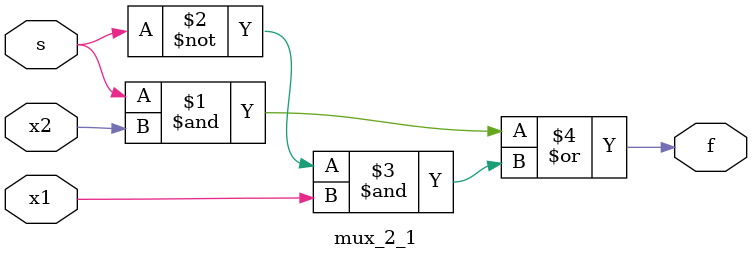
<source format=v>

module mux_2_1 (
input x1 ,
input x2 ,
input s,
output f
);
assign f = (s & x2) | ((~ s) & x1);
endmodule

</source>
